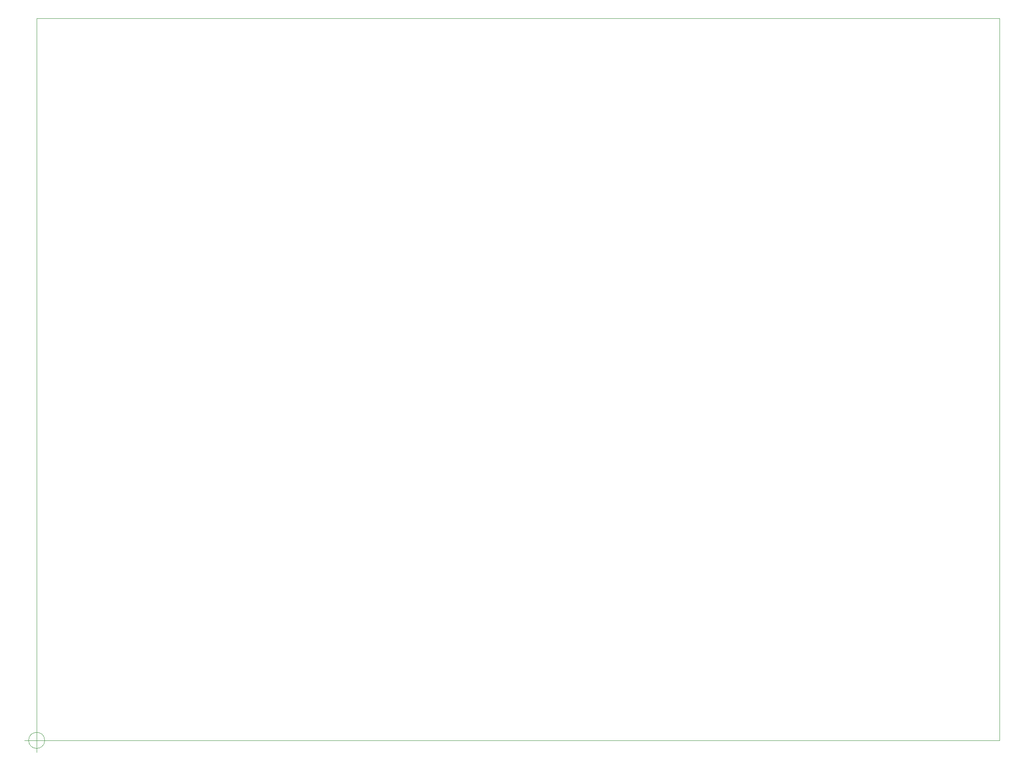
<source format=gbr>
G04 #@! TF.GenerationSoftware,KiCad,Pcbnew,(5.1.5)-3*
G04 #@! TF.CreationDate,2020-07-20T19:45:50-04:00*
G04 #@! TF.ProjectId,PCB,5043422e-6b69-4636-9164-5f7063625858,0*
G04 #@! TF.SameCoordinates,Original*
G04 #@! TF.FileFunction,Profile,NP*
%FSLAX46Y46*%
G04 Gerber Fmt 4.6, Leading zero omitted, Abs format (unit mm)*
G04 Created by KiCad (PCBNEW (5.1.5)-3) date 2020-07-20 19:45:50*
%MOMM*%
%LPD*%
G04 APERTURE LIST*
%ADD10C,0.100000*%
G04 APERTURE END LIST*
D10*
X127666666Y-222000000D02*
G75*
G03X127666666Y-222000000I-1666666J0D01*
G01*
X123500000Y-222000000D02*
X128500000Y-222000000D01*
X126000000Y-219500000D02*
X126000000Y-224500000D01*
X326000000Y-222000000D02*
X126000000Y-222000000D01*
X326000000Y-72000000D02*
X326000000Y-222000000D01*
X126000000Y-72000000D02*
X326000000Y-72000000D01*
X126000000Y-222000000D02*
X126000000Y-72000000D01*
M02*

</source>
